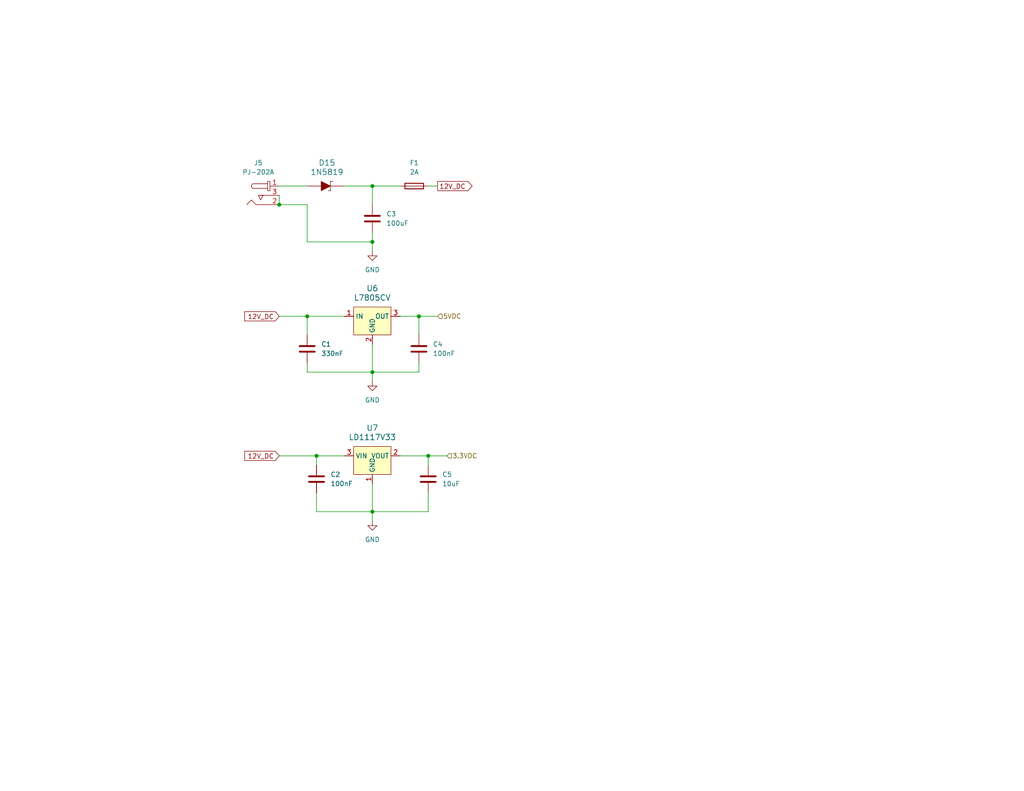
<source format=kicad_sch>
(kicad_sch (version 20231120) (generator "eeschema") (generator_version "8.0")
  (paper "A")
  (title_block (title "BATER-IA") (date "2024-11-03") (rev "001") (company "CETI") (comment 1 "Proyecto de titulacion") (comment 2 "Diseño Electronico y Sistemas Inteligentes"))
  (lib_symbols
    (symbol "Device:C" (pin_numbers hide) (pin_names (offset 0.254))
      (property "Reference" "C" (at 0.635 2.54 0))
      (property "Value" "C" (at 0.635 -2.54 0))
      (symbol "C_0_1"
        (polyline (pts (xy -2.032 -0.762) (xy 2.032 -0.762)) (stroke (width 0.508)))
        (polyline (pts (xy -2.032 0.762) (xy 2.032 0.762)) (stroke (width 0.508)))
      )
      (symbol "C_1_1"
        (pin passive line (at 0 3.81 270) (length 2.794) (name "~") (number "1"))
        (pin passive line (at 0 -3.81 90) (length 2.794) (name "~") (number "2"))
      )
    )
    (symbol "Device:Fuse" (pin_numbers hide) (pin_names (offset 0))
      (property "Reference" "F" (at 2.032 0 90))
      (property "Value" "Fuse" (at -1.905 0 90))
      (symbol "Fuse_0_1"
        (rectangle (start -0.762 -2.54) (end 0.762 2.54) (stroke (width 0.254)))
        (polyline (pts (xy 0 2.54) (xy 0 -2.54)))
      )
      (symbol "Fuse_1_1"
        (pin passive line (at 0 3.81 270) (length 1.27) (name "~") (number "1"))
        (pin passive line (at 0 -3.81 90) (length 1.27) (name "~") (number "2"))
      )
    )
    (symbol "dk_Barrel-Power-Connectors:PJ-202A" (pin_names (offset 1.016))
      (property "Reference" "J" (at 0 2.54 0))
      (property "Value" "PJ-202A" (at 0 -6.35 0))
      (symbol "PJ-202A_1_1"
        (arc (start -4.445 0.635) (mid -5.08 0) (end -4.445 -0.635))
        (rectangle (start -0.635 1.27) (end 0 -1.27))
        (polyline (pts (xy -0.635 -0.635) (xy -4.445 -0.635)))
        (polyline (pts (xy -0.635 0.635) (xy -4.445 0.635)))
        (polyline (pts (xy 0 -2.54) (xy -1.27 -2.54) (xy -2.54 -2.54)))
        (polyline (pts (xy 0 -5.08) (xy -3.81 -5.08) (xy -5.08 -3.81) (xy -6.35 -5.08)))
        (polyline (pts (xy -2.54 -2.54) (xy -3.175 -2.54) (xy -2.54 -3.81) (xy -1.905 -2.54) (xy -2.54 -2.54)))
        (pin passive line (at 2.54 0 180) (length 2.54) (name "~") (number "1"))
        (pin passive line (at 2.54 -5.08 180) (length 2.54) (name "~") (number "2"))
        (pin passive line (at 2.54 -2.54 180) (length 2.54) (name "~") (number "3"))
      )
    )
    (symbol "dk_Diodes-Rectifiers-Single:1N5819" (pin_numbers hide) (pin_names (offset 0) hide)
      (property "Reference" "D" (at 0 2.54 0))
      (property "Value" "1N5819" (at 0 -3.81 0))
      (symbol "1N5819_0_1"
        (polyline (pts (xy 1.27 -1.27) (xy 0.635 -1.27)))
        (polyline (pts (xy 1.27 1.27) (xy 1.27 -1.27)))
        (polyline (pts (xy 1.27 1.27) (xy 1.905 1.27)))
        (polyline (pts (xy -1.27 1.27) (xy -1.27 -1.27) (xy 1.27 0) (xy -1.27 1.27)) (fill (type outline)))
      )
      (symbol "1N5819_1_1"
        (pin passive line (at -5.08 0 0) (length 3.81) (name "~") (number "A"))
        (pin passive line (at 5.08 0 180) (length 3.81) (name "~") (number "K"))
      )
    )
    (symbol "dk_PMIC-Voltage-Regulators-Linear:L7805CV"
      (property "Reference" "U" (at 0 3.81 0))
      (property "Value" "L7805CV" (at 0 6.35 0))
      (symbol "L7805CV_1_1"
        (rectangle (start -5.08 2.54) (end 5.08 -5.08) (fill (type background)))
        (pin power_in line (at -7.62 0 0) (length 2.54) (name "IN") (number "1"))
        (pin power_in line (at 0 -7.62 90) (length 2.54) (name "GND") (number "2"))
        (pin power_out line (at 7.62 0 180) (length 2.54) (name "OUT") (number "3"))
      )
    )
    (symbol "dk_PMIC-Voltage-Regulators-Linear:LD1117V33"
      (property "Reference" "U" (at 0 3.81 0))
      (property "Value" "LD1117V33" (at 0 6.35 0))
      (symbol "LD1117V33_1_1"
        (rectangle (start -5.08 2.54) (end 5.08 -5.08) (fill (type background)))
        (pin power_in line (at 0 -7.62 90) (length 2.54) (name "GND") (number "1"))
        (pin power_out line (at 7.62 0 180) (length 2.54) (name "VOUT") (number "2"))
        (pin power_in line (at -7.62 0 0) (length 2.54) (name "VIN") (number "3"))
      )
    )
    (symbol "power:GND" (power) (pin_numbers hide) (pin_names (offset 0) hide)
      (property "Value" "GND" (at 0 -3.81 0))
      (symbol "GND_0_1"
        (polyline (pts (xy 0 0) (xy 0 -1.27) (xy 1.27 -1.27) (xy 0 -2.54) (xy -1.27 -1.27) (xy 0 -1.27)))
      )
      (symbol "GND_1_1"
        (pin power_in line (at 0 0 270) (length 0) (name "~") (number "1"))
      )
    )
  )
  (junction (at 101.6 66.04))
  (junction (at 101.6 139.7))
  (junction (at 116.84 124.46))
  (junction (at 101.6 101.6))
  (junction (at 83.82 86.36))
  (junction (at 76.2 55.88))
  (junction (at 86.36 124.46))
  (junction (at 101.6 50.8))
  (junction (at 114.3 86.36))
  (wire (pts (xy 109.22 86.36) (xy 114.3 86.36)))
  (wire (pts (xy 76.2 50.8) (xy 83.82 50.8)))
  (wire (pts (xy 101.6 93.98) (xy 101.6 101.6)))
  (wire (pts (xy 101.6 132.08) (xy 101.6 139.7)))
  (wire (pts (xy 116.84 134.62) (xy 116.84 139.7)))
  (wire (pts (xy 86.36 124.46) (xy 93.98 124.46)))
  (wire (pts (xy 86.36 134.62) (xy 86.36 139.7)))
  (wire (pts (xy 101.6 50.8) (xy 109.22 50.8)))
  (wire (pts (xy 83.82 86.36) (xy 93.98 86.36)))
  (wire (pts (xy 101.6 63.5) (xy 101.6 66.04)))
  (wire (pts (xy 101.6 50.8) (xy 101.6 55.88)))
  (wire (pts (xy 93.98 50.8) (xy 101.6 50.8)))
  (wire (pts (xy 83.82 99.06) (xy 83.82 101.6)))
  (wire (pts (xy 116.84 124.46) (xy 121.92 124.46)))
  (wire (pts (xy 76.2 55.88) (xy 83.82 55.88)))
  (wire (pts (xy 83.82 55.88) (xy 83.82 66.04)))
  (wire (pts (xy 76.2 124.46) (xy 86.36 124.46)))
  (wire (pts (xy 101.6 139.7) (xy 86.36 139.7)))
  (wire (pts (xy 83.82 91.44) (xy 83.82 86.36)))
  (wire (pts (xy 119.38 50.8) (xy 116.84 50.8)))
  (wire (pts (xy 101.6 139.7) (xy 101.6 142.24)))
  (wire (pts (xy 116.84 124.46) (xy 116.84 127)))
  (wire (pts (xy 101.6 66.04) (xy 101.6 68.58)))
  (wire (pts (xy 101.6 101.6) (xy 83.82 101.6)))
  (wire (pts (xy 86.36 124.46) (xy 86.36 127)))
  (wire (pts (xy 76.2 53.34) (xy 76.2 55.88)))
  (wire (pts (xy 101.6 101.6) (xy 101.6 104.14)))
  (wire (pts (xy 109.22 124.46) (xy 116.84 124.46)))
  (wire (pts (xy 83.82 66.04) (xy 101.6 66.04)))
  (wire (pts (xy 114.3 86.36) (xy 114.3 91.44)))
  (wire (pts (xy 101.6 139.7) (xy 116.84 139.7)))
  (wire (pts (xy 76.2 86.36) (xy 83.82 86.36)))
  (wire (pts (xy 101.6 101.6) (xy 114.3 101.6)))
  (wire (pts (xy 119.38 86.36) (xy 114.3 86.36)))
  (wire (pts (xy 114.3 99.06) (xy 114.3 101.6)))
  (global_label "12V_DC" (shape input) (at 76.2 86.36 180) (property "Intersheetrefs" "${INTERSHEET_REFS}" (effects (hide yes))))
  (global_label "12V_DC" (shape output) (at 119.38 50.8 0) (property "Intersheetrefs" "${INTERSHEET_REFS}" (effects (hide yes))))
  (global_label "12V_DC" (shape input) (at 76.2 124.46 180) (property "Intersheetrefs" "${INTERSHEET_REFS}" (effects (hide yes))))
  (hierarchical_label "5VDC" (shape input) (at 119.38 86.36 0))
  (hierarchical_label "3.3VDC" (shape input) (at 121.92 124.46 0))
  (symbol (lib_id "dk_PMIC-Voltage-Regulators-Linear:L7805CV") (at 101.6 86.36 0) (unit 1)
    (property "Reference" "U6" (at 101.6 78.74 0) (effects (font (size 1.524 1.524))))
    (property "Value" "L7805CV" (at 101.6 81.28 0) (effects (font (size 1.524 1.524))))
    (property "Footprint" "digikey-footprints:TO-220-3" (effects (hide yes)))
    (property "Datasheet" "http://www.st.com/content/ccc/resource/technical/document/datasheet/41/4f/b3/b0/12/d4/47/88/CD00000444.pdf/files/CD00000444.pdf/jcr:content/translations/en.CD00000444.pdf" (effects (hide yes)))
    (property "Description" "IC REG LINEAR 5V 1.5A TO220AB" (effects (hide yes)))
    (property "Digi-Key_PN" "497-1443-5-ND" (effects (hide yes)))
    (property "MPN" "L7805CV" (effects (hide yes)))
    (property "Category" "Integrated Circuits (ICs)" (effects (hide yes)))
    (property "Family" "PMIC - Voltage Regulators - Linear" (effects (hide yes)))
    (property "DK_Datasheet_Link" "http://www.st.com/content/ccc/resource/technical/document/datasheet/41/4f/b3/b0/12/d4/47/88/CD00000444.pdf/files/CD00000444.pdf/jcr:content/translations/en.CD00000444.pdf" (effects (hide yes)))
    (property "DK_Detail_Page" "/product-detail/en/stmicroelectronics/L7805CV/497-1443-5-ND/585964" (effects (hide yes)))
    (property "Description_1" "IC REG LINEAR 5V 1.5A TO220AB" (effects (hide yes)))
    (property "Manufacturer" "STMicroelectronics" (effects (hide yes)))
    (property "Status" "Active" (effects (hide yes)))
  )
  (symbol (lib_id "dk_PMIC-Voltage-Regulators-Linear:LD1117V33") (at 101.6 124.46 0) (unit 1)
    (property "Reference" "U7" (at 101.6 116.84 0) (effects (font (size 1.524 1.524))))
    (property "Value" "LD1117V33" (at 101.6 119.38 0) (effects (font (size 1.524 1.524))))
    (property "Footprint" "digikey-footprints:TO-220-3" (effects (hide yes)))
    (property "Datasheet" "http://www.st.com/content/ccc/resource/technical/document/datasheet/99/3b/7d/91/91/51/4b/be/CD00000544.pdf/files/CD00000544.pdf/jcr:content/translations/en.CD00000544.pdf" (effects (hide yes)))
    (property "Description" "IC REG LINEAR 3.3V 800MA TO220AB" (effects (hide yes)))
    (property "Digi-Key_PN" "497-1491-5-ND" (effects (hide yes)))
    (property "MPN" "LD1117V33" (effects (hide yes)))
    (property "Category" "Integrated Circuits (ICs)" (effects (hide yes)))
    (property "Family" "PMIC - Voltage Regulators - Linear" (effects (hide yes)))
    (property "DK_Datasheet_Link" "http://www.st.com/content/ccc/resource/technical/document/datasheet/99/3b/7d/91/91/51/4b/be/CD00000544.pdf/files/CD00000544.pdf/jcr:content/translations/en.CD00000544.pdf" (effects (hide yes)))
    (property "DK_Detail_Page" "/product-detail/en/stmicroelectronics/LD1117V33/497-1491-5-ND/586012" (effects (hide yes)))
    (property "Description_1" "IC REG LINEAR 3.3V 800MA TO220AB" (effects (hide yes)))
    (property "Manufacturer" "STMicroelectronics" (effects (hide yes)))
    (property "Status" "Active" (effects (hide yes)))
  )
  (symbol (lib_id "Device:C") (at 83.82 95.25 0) (unit 1)
    (property "Reference" "C1" (at 87.63 93.9799 0) (effects (justify left)))
    (property "Value" "330nF" (at 87.63 96.5199 0) (effects (justify left)))
    (property "Footprint" "Capacitor_THT:C_Disc_D8.0mm_W5.0mm_P5.00mm" (effects (hide yes)))
    (property "Description" "Unpolarized capacitor" (effects (hide yes)))
  )
  (symbol (lib_id "power:GND") (at 101.6 104.14 0) (unit 1)
    (property "Reference" "#PWR022" (effects (hide yes)))
    (property "Value" "GND" (at 101.6 109.22 0))
    (property "Description" "Power symbol creates a global label with name \"GND\" , ground" (effects (hide yes)))
  )
  (symbol (lib_id "dk_Diodes-Rectifiers-Single:1N5819") (at 88.9 50.8 0) (unit 1)
    (property "Reference" "D15" (at 89.2175 44.45 0) (effects (font (size 1.524 1.524))))
    (property "Value" "1N5819" (at 89.2175 46.99 0) (effects (font (size 1.524 1.524))))
    (property "Footprint" "digikey-footprints:DO-41" (effects (hide yes)))
    (property "Datasheet" "https://www.onsemi.com/pub/Collateral/1N5817-D.PDF" (effects (hide yes)))
    (property "Description" "DIODE SCHOTTKY 40V 1A DO41" (effects (hide yes)))
    (property "Digi-Key_PN" "1N5819FSCT-ND" (effects (hide yes)))
    (property "MPN" "1N5819" (effects (hide yes)))
    (property "Category" "Discrete Semiconductor Products" (effects (hide yes)))
    (property "Family" "Diodes - Rectifiers - Single" (effects (hide yes)))
    (property "DK_Datasheet_Link" "https://www.onsemi.com/pub/Collateral/1N5817-D.PDF" (effects (hide yes)))
    (property "DK_Detail_Page" "/product-detail/en/on-semiconductor/1N5819/1N5819FSCT-ND/965482" (effects (hide yes)))
    (property "Description_1" "DIODE SCHOTTKY 40V 1A DO41" (effects (hide yes)))
    (property "Manufacturer" "ON Semiconductor" (effects (hide yes)))
    (property "Status" "Active" (effects (hide yes)))
  )
  (symbol (lib_id "Device:Fuse") (at 113.03 50.8 90) (unit 1)
    (property "Reference" "F1" (at 113.03 44.45 90))
    (property "Value" "2A" (at 113.03 46.99 90))
    (property "Footprint" "Fuse:Fuseholder_Clip-5x20mm_Bel_FC-203-22_Lateral_P17.80x5.00mm_D1.17mm_Horizontal" (effects (hide yes)))
    (property "Description" "Fuse" (effects (hide yes)))
  )
  (symbol (lib_id "power:GND") (at 101.6 68.58 0) (unit 1)
    (property "Reference" "#PWR021" (effects (hide yes)))
    (property "Value" "GND" (at 101.6 73.66 0))
    (property "Description" "Power symbol creates a global label with name \"GND\" , ground" (effects (hide yes)))
  )
  (symbol (lib_id "dk_Barrel-Power-Connectors:PJ-202A") (at 73.66 50.8 0) (unit 1)
    (property "Reference" "J5" (at 70.485 44.45 0))
    (property "Value" "PJ-202A" (at 70.485 46.99 0))
    (property "Footprint" "digikey-footprints:Barrel_Jack_5.5mmODx2.1mmID_PJ-202A" (effects (hide yes)))
    (property "Datasheet" "https://www.cui.com/product/resource/digikeypdf/pj-202a.pdf" (effects (hide yes)))
    (property "Description" "CONN PWR JACK 2X5.5MM KINKED PIN" (effects (hide yes)))
    (property "Digi-Key_PN" "CP-202A-ND" (effects (hide yes)))
    (property "MPN" "PJ-202A" (effects (hide yes)))
    (property "Category" "Connectors, Interconnects" (effects (hide yes)))
    (property "Family" "Barrel - Power Connectors" (effects (hide yes)))
    (property "DK_Datasheet_Link" "https://www.cui.com/product/resource/digikeypdf/pj-202a.pdf" (effects (hide yes)))
    (property "DK_Detail_Page" "/product-detail/en/cui-inc/PJ-202A/CP-202A-ND/252007" (effects (hide yes)))
    (property "Description_1" "CONN PWR JACK 2X5.5MM KINKED PIN" (effects (hide yes)))
    (property "Manufacturer" "CUI Inc." (effects (hide yes)))
    (property "Status" "Active" (effects (hide yes)))
  )
  (symbol (lib_id "power:GND") (at 101.6 142.24 0) (unit 1)
    (property "Reference" "#PWR023" (effects (hide yes)))
    (property "Value" "GND" (at 101.6 147.32 0))
    (property "Description" "Power symbol creates a global label with name \"GND\" , ground" (effects (hide yes)))
  )
  (symbol (lib_id "Device:C") (at 116.84 130.81 0) (unit 1)
    (property "Reference" "C5" (at 120.65 129.5399 0) (effects (justify left)))
    (property "Value" "10uF" (at 120.65 132.0799 0) (effects (justify left)))
    (property "Footprint" "Capacitor_THT:CP_Radial_D8.0mm_P5.00mm" (effects (hide yes)))
    (property "Description" "Unpolarized capacitor" (effects (hide yes)))
  )
  (symbol (lib_id "Device:C") (at 114.3 95.25 0) (unit 1)
    (property "Reference" "C4" (at 118.11 93.9799 0) (effects (justify left)))
    (property "Value" "100nF" (at 118.11 96.5199 0) (effects (justify left)))
    (property "Footprint" "Capacitor_THT:C_Disc_D8.0mm_W5.0mm_P5.00mm" (effects (hide yes)))
    (property "Description" "Unpolarized capacitor" (effects (hide yes)))
  )
  (symbol (lib_id "Device:C") (at 101.6 59.69 0) (unit 1)
    (property "Reference" "C3" (at 105.41 58.4199 0) (effects (justify left)))
    (property "Value" "100uF" (at 105.41 60.9599 0) (effects (justify left)))
    (property "Footprint" "Capacitor_THT:CP_Radial_D8.0mm_P5.00mm" (effects (hide yes)))
    (property "Description" "Unpolarized capacitor" (effects (hide yes)))
  )
  (symbol (lib_id "Device:C") (at 86.36 130.81 0) (unit 1)
    (property "Reference" "C2" (at 90.17 129.5399 0) (effects (justify left)))
    (property "Value" "100nF" (at 90.17 132.0799 0) (effects (justify left)))
    (property "Footprint" "Capacitor_THT:C_Disc_D8.0mm_W5.0mm_P5.00mm" (effects (hide yes)))
    (property "Description" "Unpolarized capacitor" (effects (hide yes)))
  )
)
</source>
